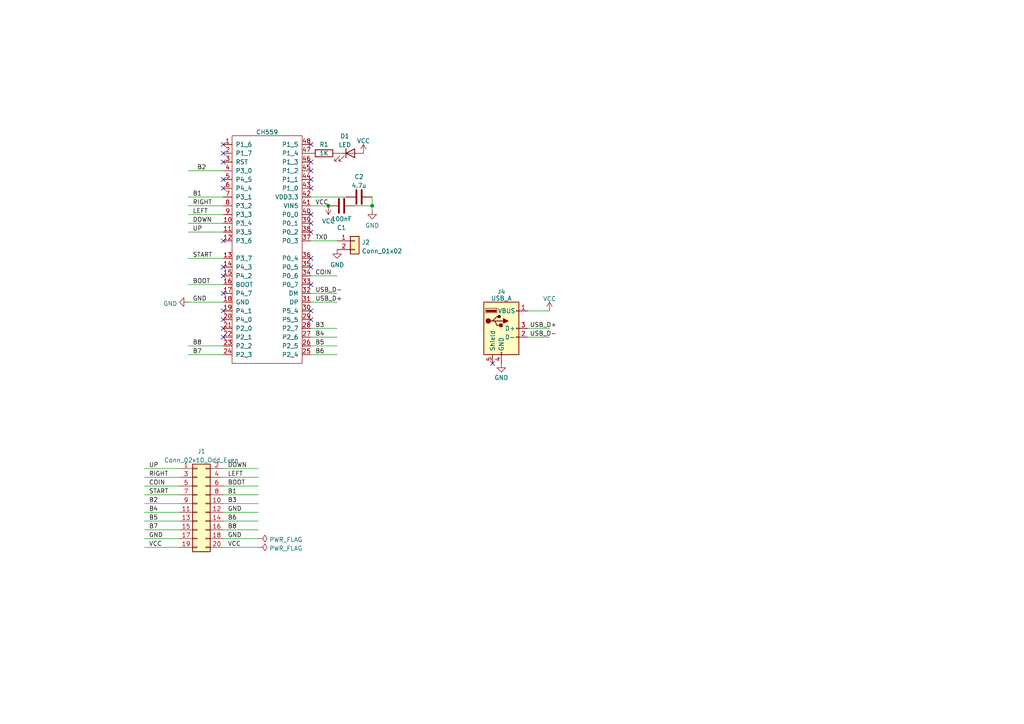
<source format=kicad_sch>
(kicad_sch (version 20230121) (generator eeschema)
  (paper "A4")
  (lib_symbols
    (symbol "Connector:USB_A" (pin_names (offset 1.016))
      (property "Reference" "J" (at -5.08 11.43 0))
      (property "Value" "USB_A" (at -5.08 8.89 0))
      (symbol "USB_A_0_1"
        (rectangle (start -5.08 -7.62) (end 5.08 7.62) (stroke (width 0.254)) (fill (type background)))
        (circle (center -3.81 2.159) (radius 0.635) (stroke (width 0.254)) (fill (type outline)))
        (rectangle (start -1.524 4.826) (end -4.318 5.334) (fill (type outline)))
        (rectangle (start -1.27 4.572) (end -4.572 5.842))
        (circle (center -0.635 3.429) (radius 0.381) (stroke (width 0.254)) (fill (type outline)))
        (rectangle (start -0.127 -7.62) (end 0.127 -6.858))
        (polyline (pts (xy -3.175 2.159) (xy -2.54 2.159) (xy -1.27 3.429) (xy -0.635 3.429)) (stroke (width 0.254)))
        (polyline (pts (xy -2.54 2.159) (xy -1.905 2.159) (xy -1.27 0.889) (xy 0 0.889)) (stroke (width 0.254)))
        (polyline (pts (xy 0.635 2.794) (xy 0.635 1.524) (xy 1.905 2.159) (xy 0.635 2.794)) (stroke (width 0.254)) (fill (type outline)))
        (rectangle (start 0.254 1.27) (end -0.508 0.508) (stroke (width 0.254)) (fill (type outline)))
        (rectangle (start 5.08 -2.667) (end 4.318 -2.413))
        (rectangle (start 5.08 -0.127) (end 4.318 0.127))
        (rectangle (start 5.08 4.953) (end 4.318 5.207))
      )
      (symbol "USB_A_1_1"
        (polyline (pts (xy -1.905 2.159) (xy 0.635 2.159)) (stroke (width 0.254)))
        (pin power_in line (at 7.62 5.08 180) (length 2.54) (name "VBUS") (number "1"))
        (pin bidirectional line (at 7.62 -2.54 180) (length 2.54) (name "D-") (number "2"))
        (pin bidirectional line (at 7.62 0 180) (length 2.54) (name "D+") (number "3"))
        (pin power_in line (at 0 -10.16 90) (length 2.54) (name "GND") (number "4"))
        (pin passive line (at -2.54 -10.16 90) (length 2.54) (name "Shield") (number "5"))
      )
    )
    (symbol "Connector_Generic:Conn_01x02" (pin_names (offset 1.016) hide)
      (property "Reference" "J" (at 0 2.54 0))
      (property "Value" "Conn_01x02" (at 0 -5.08 0))
      (symbol "Conn_01x02_1_1"
        (rectangle (start -1.27 -2.413) (end 0 -2.667) (stroke (width 0.1524)))
        (rectangle (start -1.27 0.127) (end 0 -0.127) (stroke (width 0.1524)))
        (rectangle (start -1.27 1.27) (end 1.27 -3.81) (stroke (width 0.254)) (fill (type background)))
        (pin passive line (at -5.08 0 0) (length 3.81) (name "Pin_1") (number "1"))
        (pin passive line (at -5.08 -2.54 0) (length 3.81) (name "Pin_2") (number "2"))
      )
    )
    (symbol "Connector_Generic:Conn_02x10_Odd_Even" (pin_names (offset 1.016) hide)
      (property "Reference" "J" (at 1.27 12.7 0))
      (property "Value" "Conn_02x10_Odd_Even" (at 1.27 -15.24 0))
      (symbol "Conn_02x10_Odd_Even_1_1"
        (rectangle (start -1.27 -12.573) (end 0 -12.827) (stroke (width 0.1524)))
        (rectangle (start -1.27 -10.033) (end 0 -10.287) (stroke (width 0.1524)))
        (rectangle (start -1.27 -7.493) (end 0 -7.747) (stroke (width 0.1524)))
        (rectangle (start -1.27 -4.953) (end 0 -5.207) (stroke (width 0.1524)))
        (rectangle (start -1.27 -2.413) (end 0 -2.667) (stroke (width 0.1524)))
        (rectangle (start -1.27 0.127) (end 0 -0.127) (stroke (width 0.1524)))
        (rectangle (start -1.27 2.667) (end 0 2.413) (stroke (width 0.1524)))
        (rectangle (start -1.27 5.207) (end 0 4.953) (stroke (width 0.1524)))
        (rectangle (start -1.27 7.747) (end 0 7.493) (stroke (width 0.1524)))
        (rectangle (start -1.27 10.287) (end 0 10.033) (stroke (width 0.1524)))
        (rectangle (start -1.27 11.43) (end 3.81 -13.97) (stroke (width 0.254)) (fill (type background)))
        (rectangle (start 3.81 -12.573) (end 2.54 -12.827) (stroke (width 0.1524)))
        (rectangle (start 3.81 -10.033) (end 2.54 -10.287) (stroke (width 0.1524)))
        (rectangle (start 3.81 -7.493) (end 2.54 -7.747) (stroke (width 0.1524)))
        (rectangle (start 3.81 -4.953) (end 2.54 -5.207) (stroke (width 0.1524)))
        (rectangle (start 3.81 -2.413) (end 2.54 -2.667) (stroke (width 0.1524)))
        (rectangle (start 3.81 0.127) (end 2.54 -0.127) (stroke (width 0.1524)))
        (rectangle (start 3.81 2.667) (end 2.54 2.413) (stroke (width 0.1524)))
        (rectangle (start 3.81 5.207) (end 2.54 4.953) (stroke (width 0.1524)))
        (rectangle (start 3.81 7.747) (end 2.54 7.493) (stroke (width 0.1524)))
        (rectangle (start 3.81 10.287) (end 2.54 10.033) (stroke (width 0.1524)))
        (pin passive line (at -5.08 10.16 0) (length 3.81) (name "Pin_1") (number "1"))
        (pin passive line (at 7.62 0 180) (length 3.81) (name "Pin_10") (number "10"))
        (pin passive line (at -5.08 -2.54 0) (length 3.81) (name "Pin_11") (number "11"))
        (pin passive line (at 7.62 -2.54 180) (length 3.81) (name "Pin_12") (number "12"))
        (pin passive line (at -5.08 -5.08 0) (length 3.81) (name "Pin_13") (number "13"))
        (pin passive line (at 7.62 -5.08 180) (length 3.81) (name "Pin_14") (number "14"))
        (pin passive line (at -5.08 -7.62 0) (length 3.81) (name "Pin_15") (number "15"))
        (pin passive line (at 7.62 -7.62 180) (length 3.81) (name "Pin_16") (number "16"))
        (pin passive line (at -5.08 -10.16 0) (length 3.81) (name "Pin_17") (number "17"))
        (pin passive line (at 7.62 -10.16 180) (length 3.81) (name "Pin_18") (number "18"))
        (pin passive line (at -5.08 -12.7 0) (length 3.81) (name "Pin_19") (number "19"))
        (pin passive line (at 7.62 10.16 180) (length 3.81) (name "Pin_2") (number "2"))
        (pin passive line (at 7.62 -12.7 180) (length 3.81) (name "Pin_20") (number "20"))
        (pin passive line (at -5.08 7.62 0) (length 3.81) (name "Pin_3") (number "3"))
        (pin passive line (at 7.62 7.62 180) (length 3.81) (name "Pin_4") (number "4"))
        (pin passive line (at -5.08 5.08 0) (length 3.81) (name "Pin_5") (number "5"))
        (pin passive line (at 7.62 5.08 180) (length 3.81) (name "Pin_6") (number "6"))
        (pin passive line (at -5.08 2.54 0) (length 3.81) (name "Pin_7") (number "7"))
        (pin passive line (at 7.62 2.54 180) (length 3.81) (name "Pin_8") (number "8"))
        (pin passive line (at -5.08 0 0) (length 3.81) (name "Pin_9") (number "9"))
      )
    )
    (symbol "Device:C" (pin_numbers hide) (pin_names (offset 0.254))
      (property "Reference" "C" (at 0.635 2.54 0))
      (property "Value" "C" (at 0.635 -2.54 0))
      (symbol "C_0_1"
        (polyline (pts (xy -2.032 -0.762) (xy 2.032 -0.762)) (stroke (width 0.508)))
        (polyline (pts (xy -2.032 0.762) (xy 2.032 0.762)) (stroke (width 0.508)))
      )
      (symbol "C_1_1"
        (pin passive line (at 0 3.81 270) (length 2.794) (name "~") (number "1"))
        (pin passive line (at 0 -3.81 90) (length 2.794) (name "~") (number "2"))
      )
    )
    (symbol "Device:LED" (pin_numbers hide) (pin_names (offset 1.016) hide)
      (property "Reference" "D" (at 0 2.54 0))
      (property "Value" "LED" (at 0 -2.54 0))
      (symbol "LED_0_1"
        (polyline (pts (xy -1.27 -1.27) (xy -1.27 1.27)) (stroke (width 0.254)))
        (polyline (pts (xy -1.27 0) (xy 1.27 0)))
        (polyline (pts (xy 1.27 -1.27) (xy 1.27 1.27) (xy -1.27 0) (xy 1.27 -1.27)) (stroke (width 0.254)))
        (polyline (pts (xy -3.048 -0.762) (xy -4.572 -2.286) (xy -3.81 -2.286) (xy -4.572 -2.286) (xy -4.572 -1.524)))
        (polyline (pts (xy -1.778 -0.762) (xy -3.302 -2.286) (xy -2.54 -2.286) (xy -3.302 -2.286) (xy -3.302 -1.524)))
      )
      (symbol "LED_1_1"
        (pin passive line (at -3.81 0 0) (length 2.54) (name "K") (number "1"))
        (pin passive line (at 3.81 0 180) (length 2.54) (name "A") (number "2"))
      )
    )
    (symbol "Device:R" (pin_numbers hide) (pin_names (offset 0))
      (property "Reference" "R" (at 2.032 0 90))
      (property "Value" "R" (at 0 0 90))
      (symbol "R_0_1"
        (rectangle (start -1.016 -2.54) (end 1.016 2.54) (stroke (width 0.254)))
      )
      (symbol "R_1_1"
        (pin passive line (at 0 3.81 270) (length 1.27) (name "~") (number "1"))
        (pin passive line (at 0 -3.81 90) (length 1.27) (name "~") (number "2"))
      )
    )
    (symbol "GND_1" (power) (pin_names (offset 0))
      (property "Value" "GND_1" (at 0 -3.81 0))
      (symbol "GND_1_0_1"
        (polyline (pts (xy 0 0) (xy 0 -1.27) (xy 1.27 -1.27) (xy 0 -2.54) (xy -1.27 -1.27) (xy 0 -1.27)))
      )
      (symbol "GND_1_1_1"
        (pin power_in line (at 0 0 270) (length 0) hide (name "GND") (number "1"))
      )
    )
    (symbol "GND_2" (power) (pin_names (offset 0))
      (property "Value" "GND_2" (at 0 -3.81 0))
      (symbol "GND_2_0_1"
        (polyline (pts (xy 0 0) (xy 0 -1.27) (xy 1.27 -1.27) (xy 0 -2.54) (xy -1.27 -1.27) (xy 0 -1.27)))
      )
      (symbol "GND_2_1_1"
        (pin power_in line (at 0 0 270) (length 0) hide (name "GND") (number "1"))
      )
    )
    (symbol "VCC_1" (power) (pin_names (offset 0))
      (property "Value" "VCC_1" (at 0 3.81 0))
      (symbol "VCC_1_0_1"
        (polyline (pts (xy -0.762 1.27) (xy 0 2.54)))
        (polyline (pts (xy 0 0) (xy 0 2.54)))
        (polyline (pts (xy 0 2.54) (xy 0.762 1.27)))
      )
      (symbol "VCC_1_1_1"
        (pin power_in line (at 0 0 90) (length 0) hide (name "VCC") (number "1"))
      )
    )
    (symbol "VCC_2" (power) (pin_names (offset 0))
      (property "Value" "VCC_2" (at 0 3.81 0))
      (symbol "VCC_2_0_1"
        (polyline (pts (xy -0.762 1.27) (xy 0 2.54)))
        (polyline (pts (xy 0 0) (xy 0 2.54)))
        (polyline (pts (xy 0 2.54) (xy 0.762 1.27)))
      )
      (symbol "VCC_2_1_1"
        (pin power_in line (at 0 0 90) (length 0) hide (name "VCC") (number "1"))
      )
    )
    (symbol "power:GND" (power) (pin_names (offset 0))
      (property "Value" "GND" (at 0 -3.81 0))
      (symbol "GND_0_1"
        (polyline (pts (xy 0 0) (xy 0 -1.27) (xy 1.27 -1.27) (xy 0 -2.54) (xy -1.27 -1.27) (xy 0 -1.27)))
      )
      (symbol "GND_1_1"
        (pin power_in line (at 0 0 270) (length 0) hide (name "GND") (number "1"))
      )
    )
    (symbol "power:PWR_FLAG" (power) (pin_numbers hide) (pin_names (offset 0) hide)
      (property "Value" "PWR_FLAG" (at 0 3.81 0))
      (symbol "PWR_FLAG_0_0"
        (pin power_out line (at 0 0 90) (length 0) (name "pwr") (number "1"))
      )
      (symbol "PWR_FLAG_0_1"
        (polyline (pts (xy 0 0) (xy 0 1.27) (xy -1.016 1.905) (xy 0 2.54) (xy 1.016 1.905) (xy 0 1.27)))
      )
    )
    (symbol "power:VCC" (power) (pin_names (offset 0))
      (property "Value" "VCC" (at 0 3.81 0))
      (symbol "VCC_0_1"
        (polyline (pts (xy -0.762 1.27) (xy 0 2.54)))
        (polyline (pts (xy 0 0) (xy 0 2.54)))
        (polyline (pts (xy 0 2.54) (xy 0.762 1.27)))
      )
      (symbol "VCC_1_1"
        (pin power_in line (at 0 0 90) (length 0) hide (name "VCC") (number "1"))
      )
    )
    (symbol "toyoshim:CH559" (pin_names (offset 1.016))
      (property "Reference" "U" (at 0 36.83 0))
      (property "Value" "CH559" (at 0 34.29 0))
      (symbol "CH559_0_1"
        (rectangle (start -10.16 31.75) (end 10.16 -34.29))
      )
      (symbol "CH559_1_1"
        (pin tri_state line (at -12.7 29.21 0) (length 2.54) (name "P1_6") (number "1"))
        (pin tri_state line (at -12.7 6.35 0) (length 2.54) (name "P3_4") (number "10"))
        (pin tri_state line (at -12.7 3.81 0) (length 2.54) (name "P3_5") (number "11"))
        (pin tri_state line (at -12.7 1.27 0) (length 2.54) (name "P3_6") (number "12"))
        (pin tri_state line (at -12.7 -3.81 0) (length 2.54) (name "P3_7") (number "13"))
        (pin tri_state line (at -12.7 -6.35 0) (length 2.54) (name "P4_3") (number "14"))
        (pin tri_state line (at -12.7 -8.89 0) (length 2.54) (name "P4_2") (number "15"))
        (pin tri_state line (at -12.7 -11.43 0) (length 2.54) (name "BOOT") (number "16"))
        (pin tri_state line (at -12.7 -13.97 0) (length 2.54) (name "P4_7") (number "17"))
        (pin power_in line (at -12.7 -16.51 0) (length 2.54) (name "GND") (number "18"))
        (pin tri_state line (at -12.7 -19.05 0) (length 2.54) (name "P4_1") (number "19"))
        (pin tri_state line (at -12.7 26.67 0) (length 2.54) (name "P1_7") (number "2"))
        (pin tri_state line (at -12.7 -21.59 0) (length 2.54) (name "P4_0") (number "20"))
        (pin tri_state line (at -12.7 -24.13 0) (length 2.54) (name "P2_0") (number "21"))
        (pin tri_state line (at -12.7 -26.67 0) (length 2.54) (name "P2_1") (number "22"))
        (pin tri_state line (at -12.7 -29.21 0) (length 2.54) (name "P2_2") (number "23"))
        (pin tri_state line (at -12.7 -31.75 0) (length 2.54) (name "P2_3") (number "24"))
        (pin tri_state line (at 12.7 -31.75 180) (length 2.54) (name "P2_4") (number "25"))
        (pin tri_state line (at 12.7 -29.21 180) (length 2.54) (name "P2_5") (number "26"))
        (pin tri_state line (at 12.7 -26.67 180) (length 2.54) (name "P2_6") (number "27"))
        (pin tri_state line (at 12.7 -24.13 180) (length 2.54) (name "P2_7") (number "28"))
        (pin tri_state line (at 12.7 -21.59 180) (length 2.54) (name "P5_5") (number "29"))
        (pin tri_state line (at -12.7 24.13 0) (length 2.54) (name "RST") (number "3"))
        (pin tri_state line (at 12.7 -19.05 180) (length 2.54) (name "P5_4") (number "30"))
        (pin tri_state line (at 12.7 -16.51 180) (length 2.54) (name "DP") (number "31"))
        (pin tri_state line (at 12.7 -13.97 180) (length 2.54) (name "DM") (number "32"))
        (pin tri_state line (at 12.7 -11.43 180) (length 2.54) (name "P0_7") (number "33"))
        (pin tri_state line (at 12.7 -8.89 180) (length 2.54) (name "P0_6") (number "34"))
        (pin tri_state line (at 12.7 -6.35 180) (length 2.54) (name "P0_5") (number "35"))
        (pin tri_state line (at 12.7 -3.81 180) (length 2.54) (name "P0_4") (number "36"))
        (pin tri_state line (at 12.7 1.27 180) (length 2.54) (name "P0_3") (number "37"))
        (pin tri_state line (at 12.7 3.81 180) (length 2.54) (name "P0_2") (number "38"))
        (pin tri_state line (at 12.7 6.35 180) (length 2.54) (name "P0_1") (number "39"))
        (pin tri_state line (at -12.7 21.59 0) (length 2.54) (name "P3_0") (number "4"))
        (pin tri_state line (at 12.7 8.89 180) (length 2.54) (name "P0_0") (number "40"))
        (pin power_in line (at 12.7 11.43 180) (length 2.54) (name "VIN5") (number "41"))
        (pin power_out line (at 12.7 13.97 180) (length 2.54) (name "VDD3.3") (number "42"))
        (pin tri_state line (at 12.7 16.51 180) (length 2.54) (name "P1_0") (number "43"))
        (pin tri_state line (at 12.7 19.05 180) (length 2.54) (name "P1_1") (number "44"))
        (pin tri_state line (at 12.7 21.59 180) (length 2.54) (name "P1_2") (number "45"))
        (pin tri_state line (at 12.7 24.13 180) (length 2.54) (name "P1_3") (number "46"))
        (pin tri_state line (at 12.7 26.67 180) (length 2.54) (name "P1_4") (number "47"))
        (pin tri_state line (at 12.7 29.21 180) (length 2.54) (name "P1_5") (number "48"))
        (pin tri_state line (at -12.7 19.05 0) (length 2.54) (name "P4_5") (number "5"))
        (pin tri_state line (at -12.7 16.51 0) (length 2.54) (name "P4_4") (number "6"))
        (pin tri_state line (at -12.7 13.97 0) (length 2.54) (name "P3_1") (number "7"))
        (pin tri_state line (at -12.7 11.43 0) (length 2.54) (name "P3_2") (number "8"))
        (pin tri_state line (at -12.7 8.89 0) (length 2.54) (name "P3_3") (number "9"))
      )
    )
  )
  (junction (at 95.25 59.69))
  (junction (at 107.95 59.69))
  (no_connect (at 64.77 69.85))
  (no_connect (at 90.17 46.99))
  (no_connect (at 64.77 92.71))
  (no_connect (at 64.77 85.09))
  (no_connect (at 90.17 52.07))
  (no_connect (at 64.77 54.61))
  (no_connect (at 90.17 54.61))
  (no_connect (at 64.77 95.25))
  (no_connect (at 64.77 97.79))
  (no_connect (at 64.77 80.01))
  (no_connect (at 64.77 46.99))
  (no_connect (at 64.77 41.91))
  (no_connect (at 90.17 82.55))
  (no_connect (at 90.17 41.91))
  (no_connect (at 90.17 49.53))
  (no_connect (at 64.77 90.17))
  (no_connect (at 90.17 90.17))
  (no_connect (at 90.17 92.71))
  (no_connect (at 64.77 44.45))
  (no_connect (at 142.875 105.41))
  (no_connect (at 64.77 77.47))
  (no_connect (at 90.17 64.77))
  (no_connect (at 90.17 62.23))
  (no_connect (at 90.17 67.31))
  (no_connect (at 90.17 74.93))
  (no_connect (at 64.77 52.07))
  (no_connect (at 90.17 77.47))
  (wire (pts (xy 107.95 59.69) (xy 107.95 60.96)))
  (wire (pts (xy 64.77 146.05) (xy 74.93 146.05)))
  (wire (pts (xy 64.77 138.43) (xy 74.93 138.43)))
  (wire (pts (xy 153.035 90.17) (xy 159.385 90.17)))
  (wire (pts (xy 41.91 153.67) (xy 52.07 153.67)))
  (wire (pts (xy 107.95 57.15) (xy 107.95 59.69)))
  (wire (pts (xy 41.91 138.43) (xy 52.07 138.43)))
  (wire (pts (xy 90.17 102.87) (xy 97.79 102.87)))
  (wire (pts (xy 41.91 156.21) (xy 52.07 156.21)))
  (wire (pts (xy 54.61 57.15) (xy 64.77 57.15)))
  (wire (pts (xy 54.61 102.87) (xy 64.77 102.87)))
  (wire (pts (xy 54.61 74.93) (xy 64.77 74.93)))
  (wire (pts (xy 64.77 151.13) (xy 74.93 151.13)))
  (wire (pts (xy 54.61 82.55) (xy 64.77 82.55)))
  (wire (pts (xy 153.035 95.25) (xy 159.385 95.25)))
  (wire (pts (xy 54.61 59.69) (xy 64.77 59.69)))
  (wire (pts (xy 90.17 100.33) (xy 97.79 100.33)))
  (wire (pts (xy 54.61 64.77) (xy 64.77 64.77)))
  (wire (pts (xy 90.17 59.69) (xy 95.25 59.69)))
  (wire (pts (xy 64.77 140.97) (xy 74.93 140.97)))
  (wire (pts (xy 90.17 95.25) (xy 97.79 95.25)))
  (wire (pts (xy 41.91 146.05) (xy 52.07 146.05)))
  (wire (pts (xy 41.91 140.97) (xy 52.07 140.97)))
  (wire (pts (xy 64.77 158.75) (xy 74.93 158.75)))
  (wire (pts (xy 153.035 97.79) (xy 159.385 97.79)))
  (wire (pts (xy 64.77 148.59) (xy 74.93 148.59)))
  (wire (pts (xy 90.17 69.85) (xy 97.79 69.85)))
  (wire (pts (xy 90.17 85.09) (xy 97.79 85.09)))
  (wire (pts (xy 54.61 100.33) (xy 64.77 100.33)))
  (wire (pts (xy 64.77 143.51) (xy 74.93 143.51)))
  (wire (pts (xy 102.87 59.69) (xy 107.95 59.69)))
  (wire (pts (xy 90.17 87.63) (xy 97.79 87.63)))
  (wire (pts (xy 54.61 67.31) (xy 64.77 67.31)))
  (wire (pts (xy 64.77 153.67) (xy 74.93 153.67)))
  (wire (pts (xy 41.91 148.59) (xy 52.07 148.59)))
  (wire (pts (xy 41.91 151.13) (xy 52.07 151.13)))
  (wire (pts (xy 54.61 87.63) (xy 64.77 87.63)))
  (wire (pts (xy 90.17 57.15) (xy 100.33 57.15)))
  (wire (pts (xy 90.17 97.79) (xy 97.79 97.79)))
  (wire (pts (xy 64.77 156.21) (xy 74.93 156.21)))
  (wire (pts (xy 64.77 135.89) (xy 74.93 135.89)))
  (wire (pts (xy 41.91 143.51) (xy 52.07 143.51)))
  (wire (pts (xy 90.17 80.01) (xy 97.79 80.01)))
  (wire (pts (xy 54.61 49.53) (xy 64.77 49.53)))
  (wire (pts (xy 41.91 135.89) (xy 52.07 135.89)))
  (wire (pts (xy 54.61 62.23) (xy 64.77 62.23)))
  (wire (pts (xy 41.91 158.75) (xy 52.07 158.75)))
  (label "GND" (at 43.18 156.21 0))
  (label "START" (at 55.88 74.93 0))
  (label "USB_D+" (at 91.44 87.63 0))
  (label "COIN" (at 43.18 140.97 0))
  (label "B1" (at 66.04 143.51 0))
  (label "COIN" (at 91.44 80.01 0))
  (label "B8" (at 66.04 153.67 0))
  (label "B4" (at 43.18 148.59 0))
  (label "TXD" (at 91.44 69.85 0))
  (label "B5" (at 43.18 151.13 0))
  (label "GND" (at 55.88 87.63 0))
  (label "B6" (at 91.44 102.87 0))
  (label "B6" (at 66.04 151.13 0))
  (label "RIGHT" (at 43.18 138.43 0))
  (label "BOOT" (at 66.04 140.97 0))
  (label "BOOT" (at 55.88 82.55 0))
  (label "DOWN" (at 55.88 64.77 0))
  (label "LEFT" (at 55.88 62.23 0))
  (label "VCC" (at 43.18 158.75 0))
  (label "B7" (at 55.88 102.87 0))
  (label "USB_D-" (at 153.67 97.79 0))
  (label "B7" (at 43.18 153.67 0))
  (label "USB_D-" (at 91.44 85.09 0))
  (label "VCC" (at 91.44 59.69 0))
  (label "VCC" (at 66.04 158.75 0))
  (label "DOWN" (at 66.04 135.89 0))
  (label "UP" (at 55.88 67.31 0))
  (label "B2" (at 43.18 146.05 0))
  (label "UP" (at 43.18 135.89 0))
  (label "B5" (at 91.44 100.33 0))
  (label "GND" (at 66.04 148.59 0))
  (label "B2" (at 57.15 49.53 0))
  (label "B3" (at 91.44 95.25 0))
  (label "B3" (at 66.04 146.05 0))
  (label "START" (at 43.18 143.51 0))
  (label "B4" (at 91.44 97.79 0))
  (label "LEFT" (at 66.04 138.43 0))
  (label "RIGHT" (at 55.88 59.69 0))
  (label "GND" (at 66.04 156.21 0))
  (label "USB_D+" (at 153.67 95.25 0))
  (label "B1" (at 55.88 57.15 0))
  (label "B8" (at 55.88 100.33 0))
  (symbol (lib_name "GND_1") (lib_id "power:GND") (at 145.415 105.41 0) (unit 1)
    (property "Reference" "#PWR06" (effects hide))
    (property "Value" "GND" (at 145.415 109.5455 0))
  )
  (symbol (lib_id "power:VCC") (at 105.41 44.45 0) (unit 1)
    (property "Reference" "#PWR04" (effects hide))
    (property "Value" "VCC" (at 105.41 40.8742 0))
  )
  (symbol (lib_id "power:PWR_FLAG") (at 74.93 158.75 270) (unit 1)
    (property "Reference" "#FLG01" (effects hide))
    (property "Value" "PWR_FLAG" (at 78.105 159.0668 90) (effects (justify left)))
  )
  (symbol (lib_id "Connector_Generic:Conn_02x10_Odd_Even") (at 57.15 146.05 0) (unit 1)
    (property "Reference" "J1" (at 58.42 130.9202 0))
    (property "Value" "Conn_02x10_Odd_Even" (at 58.42 133.4571 0))
    (property "Footprint" "Connector_PinHeader_2.54mm:PinHeader_2x10_P2.54mm_Vertical" (effects hide))
    (property "LCSC" "C124359" (effects hide))
  )
  (symbol (lib_name "VCC_1") (lib_id "power:VCC") (at 159.385 90.17 0) (unit 1)
    (property "Reference" "#PWR07" (effects hide))
    (property "Value" "VCC" (at 159.385 86.6681 0))
  )
  (symbol (lib_id "Device:C") (at 104.14 57.15 90) (unit 1)
    (property "Reference" "C2" (at 104.14 51.2912 90))
    (property "Value" "4.7u" (at 104.14 53.8281 90))
    (property "Footprint" "Capacitor_SMD:C_0603_1608Metric_Pad1.08x0.95mm_HandSolder" (effects hide))
    (property "LCSC" "C19666" (effects hide))
  )
  (symbol (lib_id "Connector_Generic:Conn_01x02") (at 102.87 69.85 0) (unit 1)
    (property "Reference" "J2" (at 104.902 70.2853 0) (effects (justify left)))
    (property "Value" "Conn_01x02" (at 104.902 72.8222 0) (effects (justify left)))
    (property "Footprint" "Connector_PinHeader_2.54mm:PinHeader_2x01_P2.54mm_Vertical" (effects hide))
    (property "LCSC" "-" (effects hide))
  )
  (symbol (lib_id "Device:LED") (at 101.6 44.45 0) (unit 1)
    (property "Reference" "D1" (at 100.0125 39.4802 0))
    (property "Value" "LED" (at 100.0125 42.0171 0))
    (property "Footprint" "LED_SMD:LED_0603_1608Metric_Pad1.05x0.95mm_HandSolder" (effects hide))
    (property "LCSC" "C965807" (effects hide))
  )
  (symbol (lib_id "power:PWR_FLAG") (at 74.93 156.21 270) (unit 1)
    (property "Reference" "#FLG02" (effects hide))
    (property "Value" "PWR_FLAG" (at 78.105 156.5268 90) (effects (justify left)))
  )
  (symbol (lib_name "VCC_2") (lib_id "power:VCC") (at 95.25 59.69 180) (unit 1)
    (property "Reference" "#PWR02" (effects hide))
    (property "Value" "VCC" (at 95.25 64.1334 0))
  )
  (symbol (lib_id "Device:R") (at 93.98 44.45 90) (unit 1)
    (property "Reference" "R1" (at 93.98 41.91 90))
    (property "Value" "1K" (at 93.98 44.45 90))
    (property "Footprint" "Resistor_SMD:R_0603_1608Metric_Pad0.98x0.95mm_HandSolder" (effects hide))
    (property "LCSC" "C21190" (effects hide))
  )
  (symbol (lib_id "power:GND") (at 107.95 60.96 0) (unit 1)
    (property "Reference" "#PWR05" (effects hide))
    (property "Value" "GND" (at 107.95 65.4034 0))
  )
  (symbol (lib_id "toyoshim:CH559") (at 77.47 71.12 0) (unit 1)
    (property "Reference" "U1" (effects hide))
    (property "Value" "CH559" (at 77.47 38.3341 0))
    (property "Footprint" "Package_QFP:LQFP-48_7x7mm_P0.5mm" (effects hide))
    (property "LCSC" "C150548" (effects hide))
  )
  (symbol (lib_id "power:GND") (at 97.79 72.39 0) (unit 1)
    (property "Reference" "#PWR03" (effects hide))
    (property "Value" "GND" (at 97.79 76.8334 0))
  )
  (symbol (lib_id "Device:C") (at 99.06 59.69 90) (unit 1)
    (property "Reference" "C1" (at 99.06 66.04 90))
    (property "Value" "100nF" (at 99.06 63.5 90))
    (property "Footprint" "Capacitor_SMD:C_0603_1608Metric_Pad1.08x0.95mm_HandSolder" (effects hide))
    (property "LCSC" "C14663" (effects hide))
  )
  (symbol (lib_name "GND_2") (lib_id "power:GND") (at 54.61 87.63 270) (unit 1)
    (property "Reference" "#PWR01" (effects hide))
    (property "Value" "GND" (at 51.4351 88.0638 90) (effects (justify right)))
  )
  (symbol (lib_id "Connector:USB_A") (at 145.415 95.25 0) (unit 1)
    (property "Reference" "J4" (at 145.415 84.6201 0))
    (property "Value" "USB_A" (at 145.415 86.5411 0))
    (property "Footprint" "toyoshim:USB-A-TH_JTJ-USB-A-F-10.0-010" (effects hide))
    (property "Datasheet" " ~" (effects hide))
  )
)
</source>
